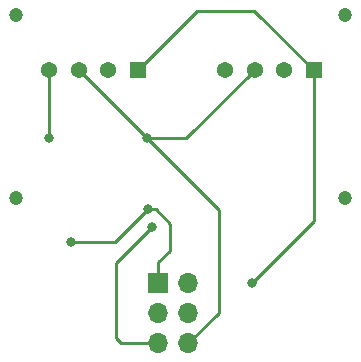
<source format=gbr>
%TF.GenerationSoftware,KiCad,Pcbnew,(6.0.0)*%
%TF.CreationDate,2022-01-11T19:00:17-08:00*%
%TF.ProjectId,AMS-Vacuum-Sensor,414d532d-5661-4637-9575-6d2d53656e73,rev?*%
%TF.SameCoordinates,Original*%
%TF.FileFunction,Copper,L1,Top*%
%TF.FilePolarity,Positive*%
%FSLAX46Y46*%
G04 Gerber Fmt 4.6, Leading zero omitted, Abs format (unit mm)*
G04 Created by KiCad (PCBNEW (6.0.0)) date 2022-01-11 19:00:17*
%MOMM*%
%LPD*%
G01*
G04 APERTURE LIST*
%TA.AperFunction,ComponentPad*%
%ADD10R,1.365000X1.365000*%
%TD*%
%TA.AperFunction,ComponentPad*%
%ADD11C,1.365000*%
%TD*%
%TA.AperFunction,ComponentPad*%
%ADD12R,1.700000X1.700000*%
%TD*%
%TA.AperFunction,ComponentPad*%
%ADD13O,1.700000X1.700000*%
%TD*%
%TA.AperFunction,ComponentPad*%
%ADD14C,1.200000*%
%TD*%
%TA.AperFunction,ViaPad*%
%ADD15C,0.800000*%
%TD*%
%TA.AperFunction,Conductor*%
%ADD16C,0.250000*%
%TD*%
G04 APERTURE END LIST*
D10*
%TO.P,IC1,1,VCC*%
%TO.N,+10V*%
X113826949Y-91935442D03*
D11*
%TO.P,IC1,2,OUTPUT_A*%
%TO.N,Net-(IC1-Pad2)*%
X111326949Y-91935442D03*
%TO.P,IC1,3,GROUND*%
%TO.N,GND*%
X108826949Y-91935442D03*
%TO.P,IC1,4,OUTPUT_B*%
%TO.N,Net-(IC1-Pad4)*%
X106326949Y-91935442D03*
%TD*%
D10*
%TO.P,IC2,1,VCC*%
%TO.N,+10V*%
X128717951Y-91935442D03*
D11*
%TO.P,IC2,2,OUTPUT_A*%
%TO.N,Net-(IC2-Pad2)*%
X126217951Y-91935442D03*
%TO.P,IC2,3,GROUND*%
%TO.N,GND*%
X123717951Y-91935442D03*
%TO.P,IC2,4,OUTPUT_B*%
%TO.N,Net-(IC2-Pad4)*%
X121217951Y-91935442D03*
%TD*%
D12*
%TO.P,J1,1,Pin_1*%
%TO.N,+5VP*%
X115570000Y-109982000D03*
D13*
%TO.P,J1,2,Pin_2*%
%TO.N,+10V*%
X118110000Y-109982000D03*
%TO.P,J1,3,Pin_3*%
%TO.N,Net-(IC3-Pad7)*%
X115570000Y-112522000D03*
%TO.P,J1,4,Pin_4*%
%TO.N,+2V5*%
X118110000Y-112522000D03*
%TO.P,J1,5,Pin_5*%
%TO.N,Net-(IC4-Pad7)*%
X115570000Y-115062000D03*
%TO.P,J1,6,Pin_6*%
%TO.N,GND*%
X118110000Y-115062000D03*
%TD*%
D14*
%TO.P,R2,1*%
%TO.N,Net-(IC4-Pad2)*%
X131388728Y-87298483D03*
%TO.P,R2,2*%
%TO.N,Net-(IC4-Pad3)*%
X131388728Y-102798483D03*
%TD*%
%TO.P,R1,1*%
%TO.N,Net-(IC3-Pad2)*%
X103489017Y-87298483D03*
%TO.P,R1,2*%
%TO.N,Net-(IC3-Pad3)*%
X103489017Y-102798483D03*
%TD*%
D15*
%TO.N,+10V*%
X123461404Y-109984278D03*
%TO.N,GND*%
X114622654Y-97707045D03*
%TO.N,Net-(IC1-Pad4)*%
X106326949Y-97713633D03*
%TO.N,+5VP*%
X114650733Y-103730685D03*
X108171949Y-106452144D03*
%TO.N,Net-(IC4-Pad7)*%
X115026466Y-105186649D03*
%TD*%
D16*
%TO.N,+10V*%
X118850293Y-86912098D02*
X123694607Y-86912098D01*
X123694607Y-86912098D02*
X128717951Y-91935442D01*
X128717951Y-104727731D02*
X123461404Y-109984278D01*
X128717951Y-91935442D02*
X128717951Y-104727731D01*
X113826949Y-91935442D02*
X118850293Y-86912098D01*
%TO.N,GND*%
X120700254Y-112471746D02*
X118110000Y-115062000D01*
X120700254Y-103784645D02*
X114622654Y-97707045D01*
X114598552Y-97707045D02*
X114622654Y-97707045D01*
X117946348Y-97707045D02*
X114622654Y-97707045D01*
X123717951Y-91935442D02*
X117946348Y-97707045D01*
X108826949Y-91935442D02*
X114598552Y-97707045D01*
X120700254Y-103784645D02*
X120700254Y-112471746D01*
%TO.N,Net-(IC1-Pad4)*%
X106326949Y-91935442D02*
X106326949Y-97713633D01*
%TO.N,+5VP*%
X115570000Y-108189089D02*
X115570000Y-109982000D01*
X111929274Y-106452144D02*
X114650733Y-103730685D01*
X114650733Y-103730685D02*
X115331748Y-103730685D01*
X108171949Y-106452144D02*
X111929274Y-106452144D01*
X116529395Y-107229694D02*
X115570000Y-108189089D01*
X115331748Y-103730685D02*
X116529395Y-104928332D01*
X116529395Y-104928332D02*
X116529395Y-107229694D01*
%TO.N,Net-(IC4-Pad7)*%
X115570000Y-115062000D02*
X112432195Y-115062000D01*
X112432195Y-115062000D02*
X111961898Y-114591703D01*
X111961898Y-114591703D02*
X111961898Y-108251217D01*
X111961898Y-108251217D02*
X115026466Y-105186649D01*
%TD*%
M02*

</source>
